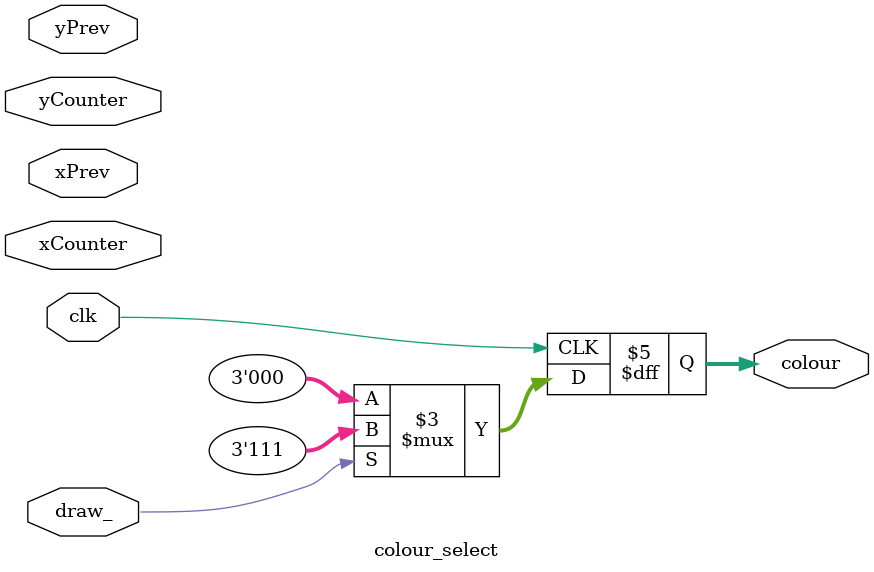
<source format=v>

module animation
	(	SW, 
		CLOCK_50,						//	On Board 50 MHz
		KEY,							//	Push Button[3:0]
		VGA_CLK,   						//	VGA Clock
		VGA_HS,							//	VGA H_SYNC
		VGA_VS,							//	VGA V_SYNC
		VGA_BLANK,						//	VGA BLANK
		VGA_SYNC,						//	VGA SYNC
		VGA_R,   						//	VGA Red[9:0]
		VGA_G,	 						//	VGA Green[9:0]
		VGA_B   						//	VGA Blue[9:0]
	);

	input			CLOCK_50;				//	50 MHz
	input	[0:0]	KEY;					//	Button[3:0]
	output			VGA_CLK;   				//	VGA Clock
	output			VGA_HS;					//	VGA H_SYNC
	output			VGA_VS;					//	VGA V_SYNC
	output			VGA_BLANK;				//	VGA BLANK
	output			VGA_SYNC;				//	VGA SYNC
	output	[9:0]	VGA_R;   				//	VGA Red[9:0]
	output	[9:0]	VGA_G;	 				//	VGA Green[9:0]
	output	[9:0]	VGA_B;   				//	VGA Blue[9:0]
	input [17:0] SW;
	
	wire resetn;
	assign resetn = KEY[0];
	
	// Create the color, x, y and writeEn wires that are inputs to the controller.

	wire [2:0] colour;
	wire [7:0] xCounter;
	wire [6:0] yCounter;
	wire writeEn;
//	assign color = 3'b111;
	reg [28:0] counter; 
	reg [7:0] xPos;
	reg [6:0] yPos;
	
	reg [7:0] xPrev;
	reg [6:0] yPrev;
	
	wire[7:0] xPassIn;
	wire [6:0] yPassIn;
	
	parameter MOVEx = 8'd1;
	parameter MOVEy = 7'd1;
	wire compute_enable;
	wire do_draw;
	assign compute_enable = counter[22] & counter [23];
	
	always@(posedge CLOCK_50)
	begin 
		if (counter > 28'd12582912) begin 
			counter <= 28'd0;	// computational refresh rate ~= 12.5 MHz
								// nooo :(
		end 
		else 
			counter <= counter + 1;
		
		if (compute_enable) begin 
			xPrev <= xPos;
			yPrev <= yPos;
			
			xPos <= xPos + MOVEx;
			yPos <= yPos + MOVEy;
		end 
		
//		if (do_draw)
//			colour <= 3'b111;
//		else // erase
//			colour <= 3'b000;
	end 
	
	wire draw_ , erase_, plot;
	assign writeEn = SW[2] & plot;
	sate_machine FSM(compute_enable, CLOCK_50, draw_, erase_, plot);
	coordinate_selector CS(CLOCK_50, draw_, erase_, xPrev, yPrev, xPos, yPos, xPassIn, yPassIn);
	colour_select colour_mux(CLOCK_50, draw_, xPrev, yPrev, xCounter, yCounter, colour);

	// Create an Instance of a VGA controller - there can be only one!
	// Define the number of colours as well as the initial background
	// image file (.MIF) for the controller.
	vga_adapter VGA(
			.resetn(resetn),
			.clock(CLOCK_50),
			.colour(colour),
			.x(xPassIn),
			.y(yPassIn),
			.plot(writeEn),
			/* Signals for the DAC to drive the monitor. */
			.VGA_R(VGA_R),
			.VGA_G(VGA_G),
			.VGA_B(VGA_B),
			.VGA_HS(VGA_HS),
			.VGA_VS(VGA_VS),
			.VGA_BLANK(VGA_BLANK),
			.VGA_SYNC(VGA_SYNC),
			.VGA_CLK(VGA_CLK));
		defparam VGA.RESOLUTION = "160x120";
		defparam VGA.MONOCHROME = "FALSE";
		defparam VGA.BITS_PER_COLOUR_CHANNEL = 1;
		defparam VGA.BACKGROUND_IMAGE = "display.mif";
			
	// Put your code here. Your code should produce signals x,y,color and writeEn
	// for the VGA controller, in addition to any other functionality your design may require.
	
	
endmodule 

module coordinate_selector(clk, draw_, erase_, xPrev, yPrev, xNow, yNow, xPassIn, yPassIn);
	input [7:0] xPrev, xNow;
	input [6:0] yPrev, yNow;
	input draw_, erase_, clk;
	output reg [7:0] xPassIn;
	output reg [6:0] yPassIn;
	
	always@(posedge clk) begin 
		if (draw_) begin 
			xPassIn <= xNow;
			yPassIn <= yNow;
		end 
		else if (erase_) begin 
			xPassIn <= xPrev;
			yPassIn <= yPrev;
		end 
	end 
endmodule  



module sate_machine(compute_enable, clk_50, draw_, erase_, plot);
	parameter IDLE = 	2'b00;
	parameter DRAW = 	2'b01;
	parameter ERASE = 2'b10;
	
	input compute_enable, clk_50;
	output draw_, erase_, plot;
	reg [2:0] present_state, next_state;
	
	assign plot = (present_state != IDLE);
	assign draw_ = (present_state == DRAW);
	assign erase_ = (present_state == ERASE);
	always@(posedge clk_50) begin 
		case (present_state)
			IDLE: begin 
					if (compute_enable)
						next_state <= ERASE;
					else 
						next_state <= IDLE;
					end 
			DRAW:
				next_state <= IDLE;
			ERASE: 
				next_state <= DRAW;	
			default: 
				next_state <= IDLE;
		endcase
		present_state <= next_state;	
	end 
endmodule 


module colour_select(clk, draw_, xPrev, yPrev, xCounter, yCounter, colour);
	input [7:0] xPrev, xCounter;
	input [6:0] yPrev, yCounter;	
	output reg [2:0] colour;
	input clk, draw_;
	always@(posedge clk)begin 
		if (draw_) 
			colour <= 3'b111;	// DRAW
		else 
			colour <= 3'b000;
	end 
	
endmodule 
</source>
